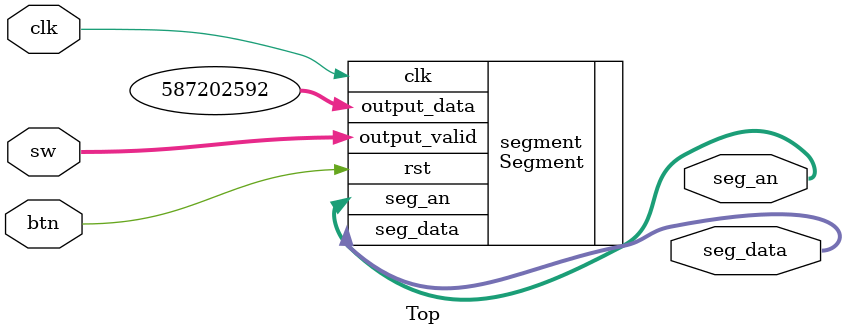
<source format=v>
`timescale 1ns / 1ps

module Top(
    input                   clk,
    input                   btn,
    input  [7:0]            sw,
    output [2:0]            seg_an,
    output [3:0]            seg_data
);
Segment segment(
    .clk(clk),
    .rst(btn),
    .output_data(32'h23000020),
    .output_valid(sw),
    .seg_data(seg_data),
    .seg_an(seg_an)
);
endmodule
</source>
